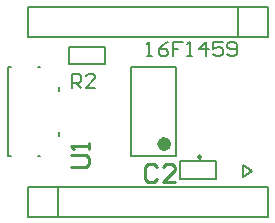
<source format=gto>
G04*
G04 #@! TF.GenerationSoftware,Altium Limited,Altium Designer,22.4.2 (48)*
G04*
G04 Layer_Color=65535*
%FSLAX25Y25*%
%MOIN*%
G70*
G04*
G04 #@! TF.SameCoordinates,F7E3B1D8-2F66-413B-9CB6-F982D94F727F*
G04*
G04*
G04 #@! TF.FilePolarity,Positive*
G04*
G01*
G75*
%ADD10C,0.02362*%
%ADD11C,0.00984*%
%ADD12C,0.00787*%
%ADD13C,0.01000*%
D10*
X53543Y26575D02*
G03*
X53543Y26575I-1181J0D01*
G01*
D11*
X64665Y22244D02*
G03*
X64665Y22244I-492J0D01*
G01*
D12*
X69488Y14862D02*
Y20768D01*
X57677D02*
X69488D01*
X57677Y14862D02*
Y20768D01*
Y14862D02*
X69488D01*
X41339Y52165D02*
X56299D01*
X41339Y22638D02*
X56299D01*
X41339D02*
Y52165D01*
X56299Y22638D02*
Y52165D01*
X86811Y2402D02*
Y12402D01*
X6811Y2402D02*
X86811D01*
X6811D02*
Y12402D01*
X86811D01*
X20768Y53150D02*
Y59055D01*
Y53150D02*
X32579D01*
Y59055D01*
X20768D02*
X32579D01*
X78740Y15650D02*
X81693Y17618D01*
X78740Y15650D02*
Y19587D01*
X81693Y17618D01*
X76811Y62500D02*
Y72342D01*
X16811Y2461D02*
Y12303D01*
X17126Y44094D02*
Y45669D01*
Y29134D02*
Y30709D01*
X197Y22638D02*
Y52165D01*
Y22638D02*
X1378D01*
X197Y52165D02*
X1378D01*
X10433D02*
X10827D01*
X10433Y22638D02*
X10827D01*
X6811Y62402D02*
X86811D01*
Y72402D01*
X6811D02*
X86811D01*
X6811Y62402D02*
Y72402D01*
X46654Y55807D02*
X48228D01*
X47441D01*
Y60530D01*
X46654Y59743D01*
X53738Y60530D02*
X52164Y59743D01*
X50589Y58169D01*
Y56594D01*
X51376Y55807D01*
X52951D01*
X53738Y56594D01*
Y57381D01*
X52951Y58169D01*
X50589D01*
X58461Y60530D02*
X55312D01*
Y58169D01*
X56887D01*
X55312D01*
Y55807D01*
X60035D02*
X61609D01*
X60822D01*
Y60530D01*
X60035Y59743D01*
X66332Y55807D02*
Y60530D01*
X63971Y58169D01*
X67119D01*
X71842Y60530D02*
X68694D01*
Y58169D01*
X70268Y58956D01*
X71055D01*
X71842Y58169D01*
Y56594D01*
X71055Y55807D01*
X69481D01*
X68694Y56594D01*
X73417D02*
X74204Y55807D01*
X75778D01*
X76565Y56594D01*
Y59743D01*
X75778Y60530D01*
X74204D01*
X73417Y59743D01*
Y58956D01*
X74204Y58169D01*
X76565D01*
X21458Y45276D02*
Y49999D01*
X23819D01*
X24607Y49212D01*
Y47638D01*
X23819Y46851D01*
X21458D01*
X23032D02*
X24607Y45276D01*
X29329D02*
X26181D01*
X29329Y48425D01*
Y49212D01*
X28542Y49999D01*
X26968D01*
X26181Y49212D01*
D13*
X21410Y18836D02*
X26409D01*
X27408Y19836D01*
Y21835D01*
X26409Y22835D01*
X21410D01*
X27408Y24834D02*
Y26833D01*
Y25834D01*
X21410D01*
X22410Y24834D01*
X49788Y18928D02*
X48788Y19928D01*
X46789D01*
X45789Y18928D01*
Y14930D01*
X46789Y13930D01*
X48788D01*
X49788Y14930D01*
X55786Y13930D02*
X51787D01*
X55786Y17929D01*
Y18928D01*
X54786Y19928D01*
X52787D01*
X51787Y18928D01*
M02*

</source>
